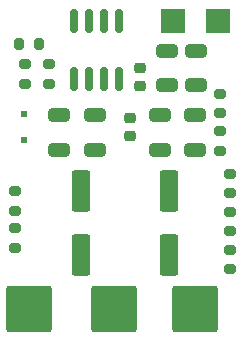
<source format=gbr>
%TF.GenerationSoftware,KiCad,Pcbnew,7.0.6-7.0.6~ubuntu22.04.1*%
%TF.CreationDate,2023-07-18T02:10:15-05:00*%
%TF.ProjectId,hydrophone_preamp,68796472-6f70-4686-9f6e-655f70726561,rev?*%
%TF.SameCoordinates,Original*%
%TF.FileFunction,Paste,Top*%
%TF.FilePolarity,Positive*%
%FSLAX46Y46*%
G04 Gerber Fmt 4.6, Leading zero omitted, Abs format (unit mm)*
G04 Created by KiCad (PCBNEW 7.0.6-7.0.6~ubuntu22.04.1) date 2023-07-18 02:10:15*
%MOMM*%
%LPD*%
G01*
G04 APERTURE LIST*
G04 Aperture macros list*
%AMRoundRect*
0 Rectangle with rounded corners*
0 $1 Rounding radius*
0 $2 $3 $4 $5 $6 $7 $8 $9 X,Y pos of 4 corners*
0 Add a 4 corners polygon primitive as box body*
4,1,4,$2,$3,$4,$5,$6,$7,$8,$9,$2,$3,0*
0 Add four circle primitives for the rounded corners*
1,1,$1+$1,$2,$3*
1,1,$1+$1,$4,$5*
1,1,$1+$1,$6,$7*
1,1,$1+$1,$8,$9*
0 Add four rect primitives between the rounded corners*
20,1,$1+$1,$2,$3,$4,$5,0*
20,1,$1+$1,$4,$5,$6,$7,0*
20,1,$1+$1,$6,$7,$8,$9,0*
20,1,$1+$1,$8,$9,$2,$3,0*%
G04 Aperture macros list end*
%ADD10RoundRect,0.250000X0.550000X-1.500000X0.550000X1.500000X-0.550000X1.500000X-0.550000X-1.500000X0*%
%ADD11RoundRect,0.250002X-1.699998X-1.699998X1.699998X-1.699998X1.699998X1.699998X-1.699998X1.699998X0*%
%ADD12R,0.500000X0.500000*%
%ADD13RoundRect,0.200000X0.275000X-0.200000X0.275000X0.200000X-0.275000X0.200000X-0.275000X-0.200000X0*%
%ADD14RoundRect,0.250000X0.650000X-0.325000X0.650000X0.325000X-0.650000X0.325000X-0.650000X-0.325000X0*%
%ADD15RoundRect,0.250001X-0.799999X-0.799999X0.799999X-0.799999X0.799999X0.799999X-0.799999X0.799999X0*%
%ADD16RoundRect,0.200000X-0.275000X0.200000X-0.275000X-0.200000X0.275000X-0.200000X0.275000X0.200000X0*%
%ADD17RoundRect,0.225000X0.250000X-0.225000X0.250000X0.225000X-0.250000X0.225000X-0.250000X-0.225000X0*%
%ADD18RoundRect,0.150000X-0.150000X0.825000X-0.150000X-0.825000X0.150000X-0.825000X0.150000X0.825000X0*%
%ADD19RoundRect,0.200000X-0.200000X-0.275000X0.200000X-0.275000X0.200000X0.275000X-0.200000X0.275000X0*%
G04 APERTURE END LIST*
D10*
%TO.C,C4*%
X126200000Y-121800000D03*
X126200000Y-116400000D03*
%TD*%
D11*
%TO.C,J3*%
X121800000Y-126400000D03*
%TD*%
D12*
%TO.C,D1*%
X121400480Y-112100000D03*
X121400480Y-109900000D03*
%TD*%
D13*
%TO.C,R8*%
X138800000Y-116625000D03*
X138800000Y-114975000D03*
%TD*%
D14*
%TO.C,C7*%
X124400480Y-112975000D03*
X124400480Y-110025000D03*
%TD*%
D15*
%TO.C,J6*%
X137800000Y-102000000D03*
%TD*%
D16*
%TO.C,R10*%
X120600000Y-119575000D03*
X120600000Y-121225000D03*
%TD*%
%TO.C,R9*%
X138800000Y-121375000D03*
X138800000Y-123025000D03*
%TD*%
D17*
%TO.C,C5*%
X131250000Y-107525000D03*
X131250000Y-105975000D03*
%TD*%
D16*
%TO.C,R6*%
X138800000Y-118175000D03*
X138800000Y-119825000D03*
%TD*%
D13*
%TO.C,R3*%
X123500000Y-107325000D03*
X123500000Y-105675000D03*
%TD*%
D11*
%TO.C,J1*%
X135900000Y-126400000D03*
%TD*%
D15*
%TO.C,J7*%
X134000000Y-102000000D03*
%TD*%
D17*
%TO.C,C10*%
X130400480Y-111775000D03*
X130400480Y-110225000D03*
%TD*%
D16*
%TO.C,R4*%
X138000480Y-108175000D03*
X138000480Y-109825000D03*
%TD*%
D10*
%TO.C,C3*%
X133700000Y-121800000D03*
X133700000Y-116400000D03*
%TD*%
D14*
%TO.C,C2*%
X135900480Y-112975000D03*
X135900480Y-110025000D03*
%TD*%
D11*
%TO.C,J2*%
X129000000Y-126400000D03*
%TD*%
D14*
%TO.C,C9*%
X127400480Y-112975000D03*
X127400480Y-110025000D03*
%TD*%
%TO.C,C8*%
X136000000Y-107475000D03*
X136000000Y-104525000D03*
%TD*%
D16*
%TO.C,R7*%
X120600000Y-116425000D03*
X120600000Y-118075000D03*
%TD*%
D13*
%TO.C,R5*%
X138000480Y-113025000D03*
X138000480Y-111375000D03*
%TD*%
D16*
%TO.C,R2*%
X121500000Y-105675000D03*
X121500000Y-107325000D03*
%TD*%
D14*
%TO.C,C6*%
X133500000Y-107475000D03*
X133500000Y-104525000D03*
%TD*%
%TO.C,C1*%
X132900480Y-112975000D03*
X132900480Y-110025000D03*
%TD*%
D18*
%TO.C,U1*%
X129405000Y-102025000D03*
X128135000Y-102025000D03*
X126865000Y-102025000D03*
X125595000Y-102025000D03*
X125595000Y-106975000D03*
X126865000Y-106975000D03*
X128135000Y-106975000D03*
X129405000Y-106975000D03*
%TD*%
D19*
%TO.C,R1*%
X120975000Y-104000000D03*
X122625000Y-104000000D03*
%TD*%
M02*

</source>
